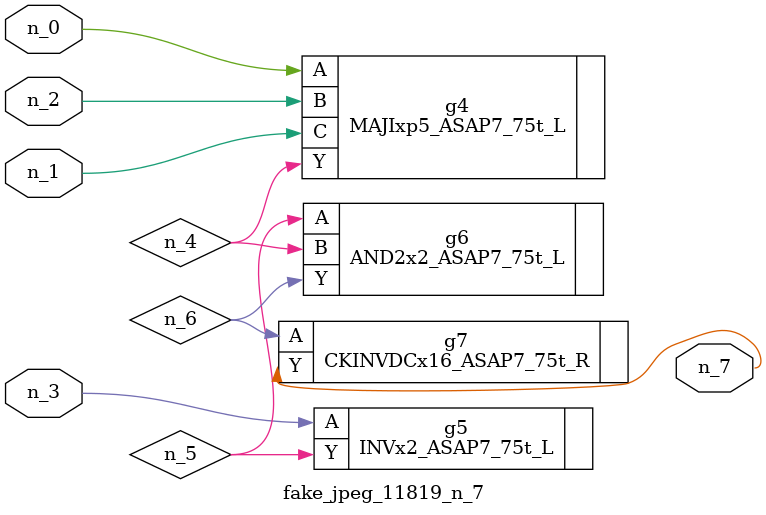
<source format=v>
module fake_jpeg_11819_n_7 (n_0, n_3, n_2, n_1, n_7);

input n_0;
input n_3;
input n_2;
input n_1;

output n_7;

wire n_4;
wire n_6;
wire n_5;

MAJIxp5_ASAP7_75t_L g4 ( 
.A(n_0),
.B(n_2),
.C(n_1),
.Y(n_4)
);

INVx2_ASAP7_75t_L g5 ( 
.A(n_3),
.Y(n_5)
);

AND2x2_ASAP7_75t_L g6 ( 
.A(n_5),
.B(n_4),
.Y(n_6)
);

CKINVDCx16_ASAP7_75t_R g7 ( 
.A(n_6),
.Y(n_7)
);


endmodule
</source>
